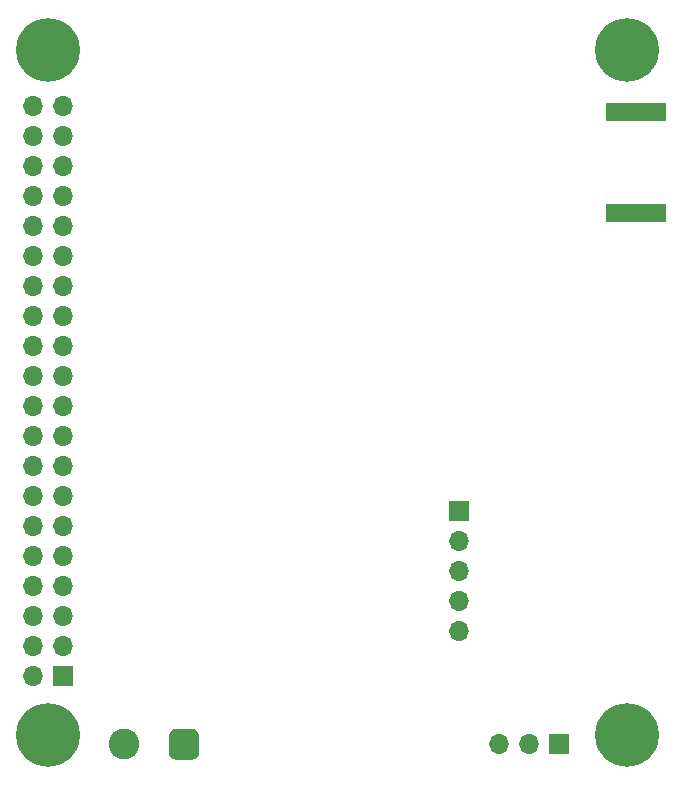
<source format=gbs>
G04 #@! TF.GenerationSoftware,KiCad,Pcbnew,(5.1.4)-1*
G04 #@! TF.CreationDate,2019-09-18T21:55:27+02:00*
G04 #@! TF.ProjectId,rf-receiver,72662d72-6563-4656-9976-65722e6b6963,rev?*
G04 #@! TF.SameCoordinates,Original*
G04 #@! TF.FileFunction,Soldermask,Bot*
G04 #@! TF.FilePolarity,Negative*
%FSLAX46Y46*%
G04 Gerber Fmt 4.6, Leading zero omitted, Abs format (unit mm)*
G04 Created by KiCad (PCBNEW (5.1.4)-1) date 2019-09-18 21:55:27*
%MOMM*%
%LPD*%
G04 APERTURE LIST*
%ADD10O,1.700000X1.700000*%
%ADD11R,1.700000X1.700000*%
%ADD12C,2.600000*%
%ADD13C,0.100000*%
%ADD14C,5.400000*%
%ADD15R,5.080000X1.500000*%
G04 APERTURE END LIST*
D10*
X113750000Y-110370000D03*
X113750000Y-107830000D03*
X113750000Y-105290000D03*
X113750000Y-102750000D03*
D11*
X113750000Y-100210000D03*
D10*
X77710000Y-65990000D03*
X80250000Y-65990000D03*
X77710000Y-68530000D03*
X80250000Y-68530000D03*
X77710000Y-71070000D03*
X80250000Y-71070000D03*
X77710000Y-73610000D03*
X80250000Y-73610000D03*
X77710000Y-76150000D03*
X80250000Y-76150000D03*
X77710000Y-78690000D03*
X80250000Y-78690000D03*
X77710000Y-81230000D03*
X80250000Y-81230000D03*
X77710000Y-83770000D03*
X80250000Y-83770000D03*
X77710000Y-86310000D03*
X80250000Y-86310000D03*
X77710000Y-88850000D03*
X80250000Y-88850000D03*
X77710000Y-91390000D03*
X80250000Y-91390000D03*
X77710000Y-93930000D03*
X80250000Y-93930000D03*
X77710000Y-96470000D03*
X80250000Y-96470000D03*
X77710000Y-99010000D03*
X80250000Y-99010000D03*
X77710000Y-101550000D03*
X80250000Y-101550000D03*
X77710000Y-104090000D03*
X80250000Y-104090000D03*
X77710000Y-106630000D03*
X80250000Y-106630000D03*
X77710000Y-109170000D03*
X80250000Y-109170000D03*
X77710000Y-111710000D03*
X80250000Y-111710000D03*
X77710000Y-114250000D03*
D11*
X80250000Y-114250000D03*
D12*
X85420000Y-120000000D03*
D13*
G36*
X91213711Y-118703130D02*
G01*
X91276809Y-118712490D01*
X91338685Y-118727989D01*
X91398744Y-118749478D01*
X91456408Y-118776751D01*
X91511121Y-118809545D01*
X91562356Y-118847543D01*
X91609619Y-118890381D01*
X91652457Y-118937644D01*
X91690455Y-118988879D01*
X91723249Y-119043592D01*
X91750522Y-119101256D01*
X91772011Y-119161315D01*
X91787510Y-119223191D01*
X91796870Y-119286289D01*
X91800000Y-119350000D01*
X91800000Y-120650000D01*
X91796870Y-120713711D01*
X91787510Y-120776809D01*
X91772011Y-120838685D01*
X91750522Y-120898744D01*
X91723249Y-120956408D01*
X91690455Y-121011121D01*
X91652457Y-121062356D01*
X91609619Y-121109619D01*
X91562356Y-121152457D01*
X91511121Y-121190455D01*
X91456408Y-121223249D01*
X91398744Y-121250522D01*
X91338685Y-121272011D01*
X91276809Y-121287510D01*
X91213711Y-121296870D01*
X91150000Y-121300000D01*
X89850000Y-121300000D01*
X89786289Y-121296870D01*
X89723191Y-121287510D01*
X89661315Y-121272011D01*
X89601256Y-121250522D01*
X89543592Y-121223249D01*
X89488879Y-121190455D01*
X89437644Y-121152457D01*
X89390381Y-121109619D01*
X89347543Y-121062356D01*
X89309545Y-121011121D01*
X89276751Y-120956408D01*
X89249478Y-120898744D01*
X89227989Y-120838685D01*
X89212490Y-120776809D01*
X89203130Y-120713711D01*
X89200000Y-120650000D01*
X89200000Y-119350000D01*
X89203130Y-119286289D01*
X89212490Y-119223191D01*
X89227989Y-119161315D01*
X89249478Y-119101256D01*
X89276751Y-119043592D01*
X89309545Y-118988879D01*
X89347543Y-118937644D01*
X89390381Y-118890381D01*
X89437644Y-118847543D01*
X89488879Y-118809545D01*
X89543592Y-118776751D01*
X89601256Y-118749478D01*
X89661315Y-118727989D01*
X89723191Y-118712490D01*
X89786289Y-118703130D01*
X89850000Y-118700000D01*
X91150000Y-118700000D01*
X91213711Y-118703130D01*
X91213711Y-118703130D01*
G37*
D12*
X90500000Y-120000000D03*
D14*
X79000000Y-119250000D03*
X128000000Y-119250000D03*
X128000000Y-61250000D03*
X79000000Y-61250000D03*
D15*
X128750000Y-75000000D03*
X128750000Y-66500000D03*
D11*
X122250000Y-120000000D03*
D10*
X119710000Y-120000000D03*
X117170000Y-120000000D03*
M02*

</source>
